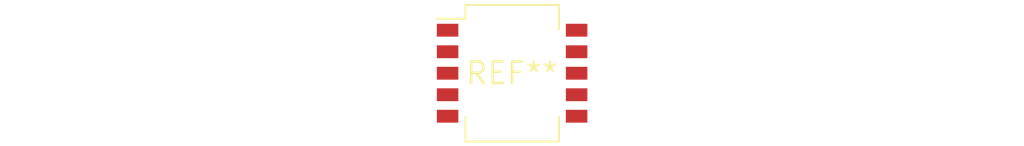
<source format=kicad_pcb>
(kicad_pcb (version 20240108) (generator pcbnew)
  (layers (0 "F.Cu" signal) (31 "B.Cu" signal) (34 "B.Paste" user) (35 "F.Paste" user) (36 "B.SilkS" user "B.Silkscreen") (37 "F.SilkS" user "F.Silkscreen") (38 "B.Mask" user) (39 "F.Mask" user) (44 "Edge.Cuts" user))
  (net 0 "")
  (footprint "SW_DIP_SPSTx05_Slide_KingTek_DSHP05TS_W7.62mm_P1.27mm" (layer "F.Cu") (at 0 0)
    (property "Reference" "REF**")
    (property "Value" "SW_DIP_SPSTx05_Slide_KingTek_DSHP05TS_W7.62mm_P1.27mm")
    (fp_line (start -4.446 -3.22) (end -2.76 -3.22) (layer "F.SilkS") (stroke (width 0.12)))
    (fp_line (start -2.76 -4.036) (end -2.76 -3.22) (layer "F.SilkS") (stroke (width 0.12)))
    (fp_line (start -2.76 -4.036) (end 2.76 -4.036) (layer "F.SilkS") (stroke (width 0.12)))
    (fp_line (start -2.76 2.6) (end -2.76 4.035) (layer "F.SilkS") (stroke (width 0.12)))
    (fp_line (start -2.76 4.035) (end 2.76 4.035) (layer "F.SilkS") (stroke (width 0.12)))
    (fp_line (start 2.76 -4.036) (end 2.76 -2.601) (layer "F.SilkS") (stroke (width 0.12)))
    (fp_line (start 2.76 2.6) (end 2.76 4.035) (layer "F.SilkS") (stroke (width 0.12)))
    (pad "1" smd rect (at -3.81 -2.54) (size 1.27 0.76) (layers "F.Cu" "F.Paste" "F.Mask"))
    (pad "2" smd rect (at -3.81 -1.27) (size 1.27 0.76) (layers "F.Cu" "F.Paste" "F.Mask"))
    (pad "3" smd rect (at -3.81 0) (size 1.27 0.76) (layers "F.Cu" "F.Paste" "F.Mask"))
    (pad "4" smd rect (at -3.81 1.27) (size 1.27 0.76) (layers "F.Cu" "F.Paste" "F.Mask"))
    (pad "5" smd rect (at -3.81 2.54) (size 1.27 0.76) (layers "F.Cu" "F.Paste" "F.Mask"))
    (pad "6" smd rect (at 3.81 2.54) (size 1.27 0.76) (layers "F.Cu" "F.Paste" "F.Mask"))
    (pad "7" smd rect (at 3.81 1.27) (size 1.27 0.76) (layers "F.Cu" "F.Paste" "F.Mask"))
    (pad "8" smd rect (at 3.81 0) (size 1.27 0.76) (layers "F.Cu" "F.Paste" "F.Mask"))
    (pad "9" smd rect (at 3.81 -1.27) (size 1.27 0.76) (layers "F.Cu" "F.Paste" "F.Mask"))
    (pad "10" smd rect (at 3.81 -2.54) (size 1.27 0.76) (layers "F.Cu" "F.Paste" "F.Mask"))
  )
)
</source>
